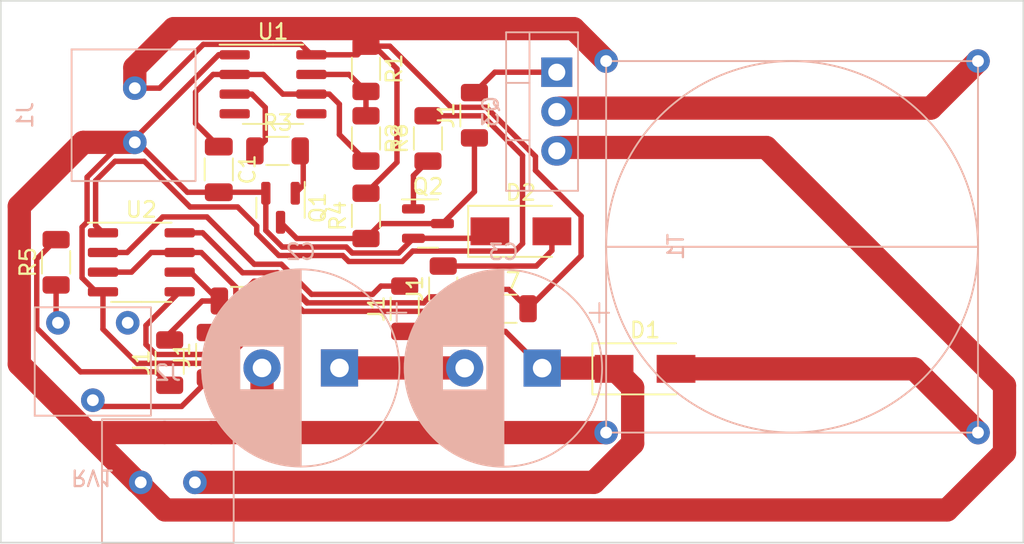
<source format=kicad_pcb>
(kicad_pcb (version 20211014) (generator pcbnew)
  (layers (0 "F.Cu" signal) (31 "B.Cu" signal) (34 "B.Paste" user) (35 "F.Paste" user) (36 "B.SilkS" user "B.Silkscreen") (37 "F.SilkS" user "F.Silkscreen") (38 "B.Mask" user) (39 "F.Mask" user) (44 "Edge.Cuts" user))
  (net 0 "")
  (net 1 "Net-(C1-Pad1)")
  (net 2 "GND")
  (net 3 "Net-(C2-Pad1)")
  (net 4 "V_FEEDBACK")
  (net 5 "Net-(T1-Pad4)")
  (net 6 "Net-(R3-Pad2)")
  (net 7 "VCC")
  (net 8 "Net-(R1-Pad2)")
  (net 9 "Net-(R3-Pad1)")
  (net 10 "Net-(R5-Pad1)")
  (net 11 "Net-(R8-Pad1)")
  (net 14 "Net-(Q1-Pad3)")
  (net 15 "Net-(T1-Pad2)")
  (net 16 "Net-(R5-Pad2)")
  (net 17 "Net-(U2-Pad1)")
  (net 18 "Net-(RV1-Pad2)")
  (net 19 "Net-(R7-Pad1)")
  (footprint "Package_SO:SOIC-8_3.9x4.9mm_P1.27mm" (layer "F.Cu") (at 96 90.5)
    (fp_text reference "U1" (at 0 -3.4) (layer "F.SilkS"))
    (fp_text value "TLC555xD")
    (pad "1" smd roundrect (at -2.475 -1.905) (size 1.95 0.6) (layers "F.Cu" "F.Paste" "F.Mask") (net 2 "GND"))
    (pad "2" smd roundrect (at -2.475 -0.635) (size 1.95 0.6) (layers "F.Cu" "F.Paste" "F.Mask") (net 1 "Net-(C1-Pad1)"))
    (pad "3" smd roundrect (at -2.475 0.635) (size 1.95 0.6) (layers "F.Cu" "F.Paste" "F.Mask") (net 9 "Net-(R3-Pad1)"))
    (pad "4" smd roundrect (at -2.475 1.905) (size 1.95 0.6) (layers "F.Cu" "F.Paste" "F.Mask"))
    (pad "5" smd roundrect (at 2.475 1.905) (size 1.95 0.6) (layers "F.Cu" "F.Paste" "F.Mask"))
    (pad "6" smd roundrect (at 2.475 0.635) (size 1.95 0.6) (layers "F.Cu" "F.Paste" "F.Mask") (net 1 "Net-(C1-Pad1)"))
    (pad "7" smd roundrect (at 2.475 -0.635) (size 1.95 0.6) (layers "F.Cu" "F.Paste" "F.Mask") (net 8 "Net-(R1-Pad2)"))
    (pad "8" smd roundrect (at 2.475 -1.905) (size 1.95 0.6) (layers "F.Cu" "F.Paste" "F.Mask") (net 7 "VCC"))
  )
  (footprint "Resistor_SMD:R_1206_3216Metric" (layer "F.Cu") (at 102 94 -90)
    (fp_text reference "R2" (at 0 -1.82 90) (layer "F.SilkS"))
    (fp_text value "4.7k")
    (pad "1" smd roundrect (at -1.4625 0 270) (size 1.125 1.75) (layers "F.Cu" "F.Paste" "F.Mask") (roundrect_rratio 0.2222222222) (net 8 "Net-(R1-Pad2)"))
    (pad "2" smd roundrect (at 1.4625 0 270) (size 1.125 1.75) (layers "F.Cu" "F.Paste" "F.Mask") (roundrect_rratio 0.2222222222) (net 1 "Net-(C1-Pad1)"))
  )
  (footprint "Package_TO_SOT_SMD:SOT-23" (layer "F.Cu") (at 106 99.5)
    (fp_text reference "Q2" (at 0 -2.4) (layer "F.SilkS"))
    (fp_text value "MMBT3904")
    (pad "1" smd roundrect (at -0.9375 -0.95) (size 1.475 0.6) (layers "F.Cu" "F.Paste" "F.Mask") (net 11 "Net-(R8-Pad1)"))
    (pad "2" smd roundrect (at -0.9375 0.95) (size 1.475 0.6) (layers "F.Cu" "F.Paste" "F.Mask") (net 2 "GND"))
    (pad "3" smd roundrect (at 0.9375 0) (size 1.475 0.6) (layers "F.Cu" "F.Paste" "F.Mask") (net 14 "Net-(Q1-Pad3)"))
  )
  (footprint "Resistor_SMD:R_1206_3216Metric" (layer "F.Cu") (at 102 89.5 -90)
    (fp_text reference "R1" (at 0 -1.82 90) (layer "F.SilkS"))
    (fp_text value "4.7k")
    (pad "1" smd roundrect (at -1.4625 0 270) (size 1.125 1.75) (layers "F.Cu" "F.Paste" "F.Mask") (roundrect_rratio 0.2222222222) (net 7 "VCC"))
    (pad "2" smd roundrect (at 1.4625 0 270) (size 1.125 1.75) (layers "F.Cu" "F.Paste" "F.Mask") (roundrect_rratio 0.2222222222) (net 8 "Net-(R1-Pad2)"))
  )
  (footprint "Resistor_SMD:R_1206_3216Metric" (layer "F.Cu") (at 102 99 90)
    (fp_text reference "R4" (at 0 -1.82 90) (layer "F.SilkS"))
    (fp_text value "4.7k")
    (pad "1" smd roundrect (at -1.4625 0 90) (size 1.125 1.75) (layers "F.Cu" "F.Paste" "F.Mask") (roundrect_rratio 0.2222222222) (net 14 "Net-(Q1-Pad3)"))
    (pad "2" smd roundrect (at 1.4625 0 90) (size 1.125 1.75) (layers "F.Cu" "F.Paste" "F.Mask") (roundrect_rratio 0.2222222222) (net 7 "VCC"))
  )
  (footprint "Resistor_SMD:R_1206_3216Metric" (layer "F.Cu") (at 111 105)
    (fp_text reference "R7" (at 0 -1.82) (layer "F.SilkS"))
    (fp_text value "22k")
    (pad "1" smd roundrect (at -1.4625 0) (size 1.125 1.75) (layers "F.Cu" "F.Paste" "F.Mask") (roundrect_rratio 0.2222222222) (net 19 "Net-(R7-Pad1)"))
    (pad "2" smd roundrect (at 1.4625 0) (size 1.125 1.75) (layers "F.Cu" "F.Paste" "F.Mask") (roundrect_rratio 0.2222222222) (net 7 "VCC"))
  )
  (footprint "Resistor_SMD:R_1206_3216Metric" (layer "F.Cu") (at 104.5 105 90)
    (fp_text reference "J1" (at 0 -1.82 90) (layer "F.SilkS"))
    (fp_text value "J")
    (pad "1" smd roundrect (at -1.4625 0 90) (size 1.125 1.75) (layers "F.Cu" "F.Paste" "F.Mask") (roundrect_rratio 0.2222222222) (net 4 "V_FEEDBACK"))
    (pad "2" smd roundrect (at 1.4625 0 90) (size 1.125 1.75) (layers "F.Cu" "F.Paste" "F.Mask") (roundrect_rratio 0.2222222222) (net 4 "V_FEEDBACK"))
  )
  (footprint "Resistor_SMD:R_1206_3216Metric" (layer "F.Cu") (at 109 92.5 90)
    (fp_text reference "J1" (at 0 -1.82 90) (layer "F.SilkS"))
    (fp_text value "J")
    (pad "1" smd roundrect (at -1.4625 0 90) (size 1.125 1.75) (layers "F.Cu" "F.Paste" "F.Mask") (roundrect_rratio 0.2222222222) (net 14 "Net-(Q1-Pad3)"))
    (pad "2" smd roundrect (at 1.4625 0 90) (size 1.125 1.75) (layers "F.Cu" "F.Paste" "F.Mask") (roundrect_rratio 0.2222222222) (net 14 "Net-(Q1-Pad3)"))
  )
  (footprint "Package_TO_SOT_SMD:SOT-23" (layer "F.Cu") (at 96.485877 98.47619 -90)
    (fp_text reference "Q1" (at 0 -2.4 90) (layer "F.SilkS"))
    (fp_text value "MMBT3904")
    (pad "1" smd roundrect (at -0.9375 -0.95 270) (size 1.475 0.6) (layers "F.Cu" "F.Paste" "F.Mask") (net 6 "Net-(R3-Pad2)"))
    (pad "2" smd roundrect (at -0.9375 0.95 270) (size 1.475 0.6) (layers "F.Cu" "F.Paste" "F.Mask") (net 2 "GND"))
    (pad "3" smd roundrect (at 0.9375 0 270) (size 1.475 0.6) (layers "F.Cu" "F.Paste" "F.Mask") (net 14 "Net-(Q1-Pad3)"))
  )
  (footprint "Resistor_SMD:R_1206_3216Metric" (layer "F.Cu") (at 94 104.5 180)
    (fp_text reference "R6" (at 0 -1.82) (layer "F.SilkS"))
    (fp_text value "6.8k")
    (pad "1" smd roundrect (at -1.4625 0 180) (size 1.125 1.75) (layers "F.Cu" "F.Paste" "F.Mask") (roundrect_rratio 0.2222222222) (net 2 "GND"))
    (pad "2" smd roundrect (at 1.4625 0 180) (size 1.125 1.75) (layers "F.Cu" "F.Paste" "F.Mask") (roundrect_rratio 0.2222222222) (net 16 "Net-(R5-Pad2)"))
  )
  (footprint "Resistor_SMD:R_1206_3216Metric" (layer "F.Cu") (at 89.329059 108.480708 90)
    (fp_text reference "J1" (at 0 -1.82 90) (layer "F.SilkS"))
    (fp_text value "J")
    (pad "1" smd roundrect (at -1.4625 0 90) (size 1.125 1.75) (layers "F.Cu" "F.Paste" "F.Mask") (roundrect_rratio 0.2222222222) (net 16 "Net-(R5-Pad2)"))
    (pad "2" smd roundrect (at 1.4625 0 90) (size 1.125 1.75) (layers "F.Cu" "F.Paste" "F.Mask") (roundrect_rratio 0.2222222222) (net 16 "Net-(R5-Pad2)"))
  )
  (footprint "Capacitor_SMD:C_1206_3216Metric" (layer "F.Cu") (at 92.5 96 -90)
    (fp_text reference "C1" (at 0 -1.85 90) (layer "F.SilkS"))
    (fp_text value "100nF")
    (pad "1" smd roundrect (at -1.475 0 270) (size 1.15 1.8) (layers "F.Cu" "F.Paste" "F.Mask") (roundrect_rratio 0.2173913043) (net 1 "Net-(C1-Pad1)"))
    (pad "2" smd roundrect (at 1.475 0 270) (size 1.15 1.8) (layers "F.Cu" "F.Paste" "F.Mask") (roundrect_rratio 0.2173913043) (net 2 "GND"))
  )
  (footprint "Resistor_SMD:R_1206_3216Metric" (layer "F.Cu") (at 91.949446 108 90)
    (fp_text reference "J1" (at 0 -1.82 90) (layer "F.SilkS"))
    (fp_text value "J")
    (pad "1" smd roundrect (at -1.4625 0 90) (size 1.125 1.75) (layers "F.Cu" "F.Paste" "F.Mask") (roundrect_rratio 0.2222222222) (net 18 "Net-(RV1-Pad2)"))
    (pad "2" smd roundrect (at 1.4625 0 90) (size 1.125 1.75) (layers "F.Cu" "F.Paste" "F.Mask") (roundrect_rratio 0.2222222222) (net 18 "Net-(RV1-Pad2)"))
  )
  (footprint "Package_SO:SOIC-8_3.9x4.9mm_P1.27mm" (layer "F.Cu") (at 87.5 102)
    (fp_text reference "U2" (at 0 -3.4) (layer "F.SilkS"))
    (fp_text value "LM358")
    (pad "1" smd roundrect (at -2.475 -1.905) (size 1.95 0.6) (layers "F.Cu" "F.Paste" "F.Mask") (net 17 "Net-(U2-Pad1)"))
    (pad "2" smd roundrect (at -2.475 -0.635) (size 1.95 0.6) (layers "F.Cu" "F.Paste" "F.Mask") (net 4 "V_FEEDBACK"))
    (pad "3" smd roundrect (at -2.475 0.635) (size 1.95 0.6) (layers "F.Cu" "F.Paste" "F.Mask") (net 18 "Net-(RV1-Pad2)"))
    (pad "4" smd roundrect (at -2.475 1.905) (size 1.95 0.6) (layers "F.Cu" "F.Paste" "F.Mask") (net 2 "GND"))
    (pad "5" smd roundrect (at 2.475 1.905) (size 1.95 0.6) (layers "F.Cu" "F.Paste" "F.Mask") (net 19 "Net-(R7-Pad1)"))
    (pad "6" smd roundrect (at 2.475 0.635) (size 1.95 0.6) (layers "F.Cu" "F.Paste" "F.Mask") (net 16 "Net-(R5-Pad2)"))
    (pad "7" smd roundrect (at 2.475 -0.635) (size 1.95 0.6) (layers "F.Cu" "F.Paste" "F.Mask") (net 18 "Net-(RV1-Pad2)"))
    (pad "8" smd roundrect (at 2.475 -1.905) (size 1.95 0.6) (layers "F.Cu" "F.Paste" "F.Mask") (net 7 "VCC"))
  )
  (footprint "Diode_SMD:D_SMA" (layer "F.Cu") (at 112 100)
    (fp_text reference "D2" (at 0 -2.5) (layer "F.SilkS"))
    (fp_text value "US1M")
    (pad "1" smd rect (at -2 0) (size 2.5 1.8) (layers "F.Cu" "F.Paste" "F.Mask") (net 2 "GND"))
    (pad "2" smd rect (at 2 0) (size 2.5 1.8) (layers "F.Cu" "F.Paste" "F.Mask") (net 19 "Net-(R7-Pad1)"))
  )
  (footprint "Resistor_SMD:R_1206_3216Metric" (layer "F.Cu") (at 106 94 90)
    (fp_text reference "R8" (at 0 -1.82 90) (layer "F.SilkS"))
    (fp_text value "4.7k")
    (pad "1" smd roundrect (at -1.4625 0 90) (size 1.125 1.75) (layers "F.Cu" "F.Paste" "F.Mask") (roundrect_rratio 0.2222222222) (net 11 "Net-(R8-Pad1)"))
    (pad "2" smd roundrect (at 1.4625 0 90) (size 1.125 1.75) (layers "F.Cu" "F.Paste" "F.Mask") (roundrect_rratio 0.2222222222) (net 17 "Net-(U2-Pad1)"))
  )
  (footprint "Diode_SMD:D_SMA" (layer "F.Cu") (at 120.011721 108.883516)
    (fp_text reference "D1" (at 0 -2.5) (layer "F.SilkS"))
    (fp_text value "US1M")
    (pad "1" smd rect (at -2 0) (size 2.5 1.8) (layers "F.Cu" "F.Paste" "F.Mask") (net 4 "V_FEEDBACK"))
    (pad "2" smd rect (at 2 0) (size 2.5 1.8) (layers "F.Cu" "F.Paste" "F.Mask") (net 5 "Net-(T1-Pad4)"))
  )
  (footprint "Resistor_SMD:R_1206_3216Metric" (layer "F.Cu") (at 106.985501 103.705265 90)
    (fp_text reference "J1" (at 0 -1.82 90) (layer "F.SilkS"))
    (fp_text value "J")
    (pad "1" smd roundrect (at -1.4625 0 90) (size 1.125 1.75) (layers "F.Cu" "F.Paste" "F.Mask") (roundrect_rratio 0.2222222222) (net 19 "Net-(R7-Pad1)"))
    (pad "2" smd roundrect (at 1.4625 0 90) (size 1.125 1.75) (layers "F.Cu" "F.Paste" "F.Mask") (roundrect_rratio 0.2222222222) (net 19 "Net-(R7-Pad1)"))
  )
  (footprint "Resistor_SMD:R_1206_3216Metric" (layer "F.Cu") (at 96.292445 94.804654)
    (fp_text reference "R3" (at 0 -1.82) (layer "F.SilkS"))
    (fp_text value "4.7k")
    (pad "1" smd roundrect (at -1.4625 0) (size 1.125 1.75) (layers "F.Cu" "F.Paste" "F.Mask") (roundrect_rratio 0.2222222222) (net 9 "Net-(R3-Pad1)"))
    (pad "2" smd roundrect (at 1.4625 0) (size 1.125 1.75) (layers "F.Cu" "F.Paste" "F.Mask") (roundrect_rratio 0.2222222222) (net 6 "Net-(R3-Pad2)"))
  )
  (footprint "Resistor_SMD:R_1206_3216Metric" (layer "F.Cu") (at 82 102 90)
    (fp_text reference "R5" (at 0 -1.82 90) (layer "F.SilkS"))
    (fp_text value "10k")
    (pad "1" smd roundrect (at -1.4625 0 90) (size 1.125 1.75) (layers "F.Cu" "F.Paste" "F.Mask") (roundrect_rratio 0.2222222222) (net 10 "Net-(R5-Pad1)"))
    (pad "2" smd roundrect (at 1.4625 0 90) (size 1.125 1.75) (layers "F.Cu" "F.Paste" "F.Mask") (roundrect_rratio 0.2222222222) (net 16 "Net-(R5-Pad2)"))
  )
  (footprint "custom:pot_P4.5mm" (layer "B.Cu") (at 84.371244 113.408241)
    (fp_text reference "RV1" (at 0 2.5 180 unlocked) (layer "B.SilkS") (effects (justify mirror)))
    (fp_text value "20K")
    (pad "1" thru_hole circle (at -2.25 -7.5) (size 1.524 1.524) (drill 0.762) (layers *.Cu *.Mask) (net 10 "Net-(R5-Pad1)"))
    (pad "2" thru_hole circle (at 2.25 -7.5) (size 1.524 1.524) (drill 0.762) (layers *.Cu *.Mask))
    (pad "3" thru_hole circle (at 0 -2.5) (size 1.524 1.524) (drill 0.762) (layers *.Cu *.Mask) (net 18 "Net-(RV1-Pad2)"))
  )
  (footprint "custom:screw_terminal_small_P_3.5" (layer "B.Cu") (at 89.211675 111.136895 180)
    (fp_text reference "J2" (at 0 2 unlocked) (layer "B.SilkS") (effects (justify mirror)))
    (fp_text value "Vout")
    (pad "1" thru_hole circle (at -1.75 -5.08 180) (size 1.524 1.524) (drill 0.762) (layers *.Cu *.Mask) (net 4 "V_FEEDBACK"))
    (pad "2" thru_hole circle (at 1.75 -5.08 90) (size 1.524 1.524) (drill 0.762) (layers *.Cu *.Mask) (net 2 "GND"))
  )
  (footprint "Package_TO_SOT_THT:TO-220-3_Vertical" (layer "B.Cu") (at 114.314468 89.719597 -90)
    (fp_text reference "Q3" (at 2.54 4.27 90) (layer "B.SilkS") (effects (justify mirror)))
    (fp_text value "IRF540N")
    (pad "1" thru_hole rect (at 0 0 270) (size 1.905 2) (drill 1.1) (layers *.Cu *.Mask) (net 14 "Net-(Q1-Pad3)"))
    (pad "2" thru_hole oval (at 2.54 0 270) (size 1.905 2) (drill 1.1) (layers *.Cu *.Mask) (net 15 "Net-(T1-Pad2)"))
    (pad "3" thru_hole oval (at 5.08 0 270) (size 1.905 2) (drill 1.1) (layers *.Cu *.Mask) (net 2 "GND"))
  )
  (footprint "custom:toroid_medium" (layer "B.Cu") (at 122.5 101 -90)
    (fp_text reference "T1" (at 0 0.5 90 unlocked) (layer "B.SilkS") (effects (justify mirror)))
    (fp_text value "1:3")
    (pad "1" thru_hole circle (at -12 5 270) (size 1.524 1.524) (drill 0.762) (layers *.Cu *.Mask) (net 7 "VCC"))
    (pad "2" thru_hole circle (at -12 -19 270) (size 1.524 1.524) (drill 0.762) (layers *.Cu *.Mask) (net 15 "Net-(T1-Pad2)"))
    (pad "3" thru_hole circle (at 12 5 270) (size 1.524 1.524) (drill 0.762) (layers *.Cu *.Mask) (net 2 "GND"))
    (pad "4" thru_hole circle (at 12 -19 270) (size 1.524 1.524) (drill 0.762) (layers *.Cu *.Mask) (net 5 "Net-(T1-Pad4)"))
  )
  (footprint "custom:screw_terminal_small_P_3.5" (layer "B.Cu") (at 82 92.5 -90)
    (fp_text reference "J1" (at 0 2 90 unlocked) (layer "B.SilkS") (effects (justify mirror)))
    (fp_text value "Vin")
    (pad "1" thru_hole circle (at -1.75 -5.08 270) (size 1.524 1.524) (drill 0.762) (layers *.Cu *.Mask) (net 7 "VCC"))
    (pad "2" thru_hole circle (at 1.75 -5.08 180) (size 1.524 1.524) (drill 0.762) (layers *.Cu *.Mask) (net 2 "GND"))
  )
  (footprint "Capacitor_THT:CP_Radial_D12.5mm_P5.00mm" (layer "B.Cu") (at 100.290109 108.824725 180)
    (fp_text reference "C2" (at 2.5 7.5) (layer "B.SilkS") (effects (justify mirror)))
    (fp_text value "2200uF")
    (pad "1" thru_hole rect (at 0 0 180) (size 2.4 2.4) (drill 1.2) (layers *.Cu *.Mask) (net 3 "Net-(C2-Pad1)"))
    (pad "2" thru_hole circle (at 5 0 180) (size 2.4 2.4) (drill 1.2) (layers *.Cu *.Mask) (net 2 "GND"))
  )
  (footprint "Capacitor_THT:CP_Radial_D12.5mm_P5.00mm" (layer "B.Cu") (at 113.370387 108.835714 180)
    (fp_text reference "C3" (at 2.5 7.5) (layer "B.SilkS") (effects (justify mirror)))
    (fp_text value "2200uF")
    (pad "1" thru_hole rect (at 0 0 180) (size 2.4 2.4) (drill 1.2) (layers *.Cu *.Mask) (net 4 "V_FEEDBACK"))
    (pad "2" thru_hole circle (at 5 0 180) (size 2.4 2.4) (drill 1.2) (layers *.Cu *.Mask) (net 3 "Net-(C2-Pad1)"))
  )
  (gr_rect (start 78.429223 85.105082) (end 144.429223 120.105082) (layer "Edge.Cuts") (width 0.1) (fill none))
  (segment (start 92.135 89.865) (end 93.525 89.865) (width 0.35) (layer "F.Cu") (net 1))
  (segment (start 92.5 94.525) (end 91 93.025) (width 0.35) (layer "F.Cu") (net 1))
  (segment (start 93.525 89.865) (end 95.365 89.865) (width 0.35) (layer "F.Cu") (net 1))
  (segment (start 91 93.025) (end 91 91) (width 0.35) (layer "F.Cu") (net 1))
  (segment (start 100.283734 91.783734) (end 99.635 91.135) (width 0.35) (layer "F.Cu") (net 1))
  (segment (start 100.283734 93.746234) (end 100.283734 91.783734) (width 0.35) (layer "F.Cu") (net 1))
  (segment (start 91 91) (end 92.135 89.865) (width 0.35) (layer "F.Cu") (net 1))
  (segment (start 99.635 91.135) (end 98.475 91.135) (width 0.35) (layer "F.Cu") (net 1))
  (segment (start 96.635 91.135) (end 98.475 91.135) (width 0.35) (layer "F.Cu") (net 1))
  (segment (start 102 95.4625) (end 100.283734 93.746234) (width 0.35) (layer "F.Cu") (net 1))
  (segment (start 95.365 89.865) (end 96.635 91.135) (width 0.35) (layer "F.Cu") (net 1))
  (segment (start 87.461675 116.420443) (end 87.461675 116.216895) (width 1.5) (layer "F.Cu") (net 2))
  (segment (start 84.04256 113) (end 84.04256 113.022902) (width 1.5) (layer "F.Cu") (net 2))
  (segment (start 89 113) (end 84.04256 113) (width 1.5) (layer "F.Cu") (net 2))
  (segment (start 139.5 118) (end 89.041232 118) (width 1.5) (layer "F.Cu") (net 2))
  (segment (start 95.535877 97.53869) (end 95.472187 97.475) (width 0.35) (layer "F.Cu") (net 2))
  (segment (start 114.534065 94.58) (end 127.83 94.58) (width 1.5) (layer "F.Cu") (net 2))
  (segment (start 143.211511 114.288489) (end 139.5 118) (width 1.5) (layer "F.Cu") (net 2))
  (segment (start 95.4625 104.5) (end 95.4625 105.814625) (width 0.35) (layer "F.Cu") (net 2))
  (segment (start 101.116316 101.39952) (end 100.728816 101.01202) (width 0.35) (layer "F.Cu") (net 2))
  (segment (start 89.041232 118) (end 87.461675 116.420443) (width 1.5) (layer "F.Cu") (net 2))
  (segment (start 109.55 100.45) (end 105.0625 100.45) (width 0.35) (layer "F.Cu") (net 2))
  (segment (start 100.728816 101.01202) (end 96.604924 101.01202) (width 0.35) (layer "F.Cu") (net 2))
  (segment (start 84.578217 103.905) (end 83.67548 103.002263) (width 0.35) (layer "F.Cu") (net 2))
  (segment (start 83.75 94.25) (end 87.08 94.25) (width 1.5) (layer "F.Cu") (net 2))
  (segment (start 87.236553 116.216895) (end 87.461675 116.216895) (width 1.5) (layer "F.Cu") (net 2))
  (segment (start 110 100) (end 109.55 100.45) (width 0.35) (layer "F.Cu") (net 2))
  (segment (start 93.232233 113) (end 95.290109 110.942124) (width 1.5) (layer "F.Cu") (net 2))
  (segment (start 104.11298 101.39952) (end 101.116316 101.39952) (width 0.35) (layer "F.Cu") (net 2))
  (segment (start 92 113) (end 89 113) (width 1.5) (layer "F.Cu") (net 2))
  (segment (start 143.211511 109.961511) (end 143.211511 114.288489) (width 1.5) (layer "F.Cu") (net 2))
  (segment (start 83.67548 103.002263) (end 83.67548 99.727737) (width 0.35) (layer "F.Cu") (net 2))
  (segment (start 84 96.5) (end 86.25 94.25) (width 0.35) (layer "F.Cu") (net 2))
  (segment (start 87.08 94.25) (end 87.25 94.25) (width 0.35) (layer "F.Cu") (net 2))
  (segment (start 79.62596 98.37404) (end 83.75 94.25) (width 1.5) (layer "F.Cu") (net 2))
  (segment (start 83.67548 99.727737) (end 84 99.403217) (width 0.35) (layer "F.Cu") (net 2))
  (segment (start 93.525 88.595) (end 92.491608 88.595) (width 0.35) (layer "F.Cu") (net 2))
  (segment (start 95.535877 99.942973) (end 95.535877 97.53869) (width 0.35) (layer "F.Cu") (net 2))
  (segment (start 92 113) (end 93.232233 113) (width 1.5) (layer "F.Cu") (net 2))
  (segment (start 117.5 113) (end 92 113) (width 1.5) (layer "F.Cu") (net 2))
  (segment (start 92.491608 88.595) (end 87.08 94.006608) (width 0.35) (layer "F.Cu") (net 2))
  (segment (start 127.83 94.58) (end 143.211511 109.961511) (width 1.5) (layer "F.Cu") (net 2))
  (segment (start 87.08 94.006608) (end 87.08 94.25) (width 0.35) (layer "F.Cu") (net 2))
  (segment (start 84.04256 113) (end 79.62596 108.5834) (width 1.5) (layer "F.Cu") (net 2))
  (segment (start 85.025 103.905) (end 84.578217 103.905) (width 0.35) (layer "F.Cu") (net 2))
  (segment (start 92.751645 108.52548) (end 87.230486 108.52548) (width 0.35) (layer "F.Cu") (net 2))
  (segment (start 114.314468 94.799597) (end 114.534065 94.58) (width 1.5) (layer "F.Cu") (net 2))
  (segment (start 105.0625 100.45) (end 104.11298 101.39952) (width 0.35) (layer "F.Cu") (net 2))
  (segment (start 85.025 106.319994) (end 85.025 103.905) (width 0.35) (layer "F.Cu") (net 2))
  (segment (start 87.230486 108.52548) (end 85.025 106.319994) (width 0.35) (layer "F.Cu") (net 2))
  (segment (start 95.4625 105.814625) (end 92.751645 108.52548) (width 0.35) (layer "F.Cu") (net 2))
  (segment (start 86.25 94.25) (end 87.08 94.25) (width 0.35) (layer "F.Cu") (net 2))
  (segment (start 90.475 97.475) (end 92.5 97.475) (width 0.35) (layer "F.Cu") (net 2))
  (segment (start 87.25 94.25) (end 90.475 97.475) (width 0.35) (layer "F.Cu") (net 2))
  (segment (start 95.290109 110.942124) (end 95.290109 108.824725) (width 1.5) (layer "F.Cu") (net 2))
  (segment (start 79.62596 108.5834) (end 79.62596 98.37404) (width 1.5) (layer "F.Cu") (net 2))
  (segment (start 84.04256 113.022902) (end 87.236553 116.216895) (width 1.5) (layer "F.Cu") (net 2))
  (segment (start 96.604924 101.01202) (end 95.535877 99.942973) (width 0.35) (layer "F.Cu") (net 2))
  (segment (start 95.472187 97.475) (end 92.5 97.475) (width 0.35) (layer "F.Cu") (net 2))
  (segment (start 84 99.403217) (end 84 96.5) (width 0.35) (layer "F.Cu") (net 2))
  (segment (start 100.290109 108.824725) (end 108.359398 108.824725) (width 1.5) (layer "F.Cu") (net 3))
  (segment (start 108.359398 108.824725) (end 108.370387 108.835714) (width 1.5) (layer "F.Cu") (net 3))
  (segment (start 88.882783 99.06923) (end 91.734827 99.06923) (width 0.35) (layer "F.Cu") (net 4))
  (segment (start 119.211511 110.083306) (end 118.011721 108.883516) (width 1.5) (layer "F.Cu") (net 4))
  (segment (start 86.587013 101.365) (end 88.882783 99.06923) (width 0.35) (layer "F.Cu") (net 4))
  (segment (start 117.963919 108.835714) (end 118.011721 108.883516) (width 1.5) (layer "F.Cu") (net 4))
  (segment (start 85.025 101.365) (end 86.587013 101.365) (width 0.35) (layer "F.Cu") (net 4))
  (segment (start 102.9625 103.5375) (end 104.5 103.5375) (width 0.35) (layer "F.Cu") (net 4))
  (segment (start 94.790842 102.125245) (end 96.540181 102.125245) (width 0.35) (layer "F.Cu") (net 4))
  (segment (start 113.370387 108.835714) (end 110.997173 106.4625) (width 0.35) (layer "F.Cu") (net 4))
  (segment (start 119.211511 113.708932) (end 119.211511 110.083306) (width 1.5) (layer "F.Cu") (net 4))
  (segment (start 113.370387 108.835714) (end 117.963919 108.835714) (width 1.5) (layer "F.Cu") (net 4))
  (segment (start 96.540181 102.125245) (end 98.483661 104.068725) (width 0.35) (layer "F.Cu") (net 4))
  (segment (start 90.961675 116.216895) (end 116.703548 116.216895) (width 1.5) (layer "F.Cu") (net 4))
  (segment (start 110.997173 106.4625) (end 104.5 106.4625) (width 0.35) (layer "F.Cu") (net 4))
  (segment (start 91.734827 99.06923) (end 94.790842 102.125245) (width 0.35) (layer "F.Cu") (net 4))
  (segment (start 116.703548 116.216895) (end 119.211511 113.708932) (width 1.5) (layer "F.Cu") (net 4))
  (segment (start 98.483661 104.068725) (end 102.431275 104.068725) (width 0.35) (layer "F.Cu") (net 4))
  (segment (start 102.431275 104.068725) (end 102.9625 103.5375) (width 0.35) (layer "F.Cu") (net 4))
  (segment (start 122.011721 108.883516) (end 137.383516 108.883516) (width 1.5) (layer "F.Cu") (net 5))
  (segment (start 137.383516 108.883516) (end 141.5 113) (width 1.5) (layer "F.Cu") (net 5))
  (segment (start 97.95 94.999709) (end 97.754945 94.804654) (width 0.35) (layer "F.Cu") (net 6))
  (segment (start 97.435877 97.53869) (end 97.95 97.024567) (width 0.35) (layer "F.Cu") (net 6))
  (segment (start 97.95 97.024567) (end 97.95 94.999709) (width 0.35) (layer "F.Cu") (net 6))
  (segment (start 94.036303 102.674765) (end 96.242783 102.674765) (width 0.35) (layer "F.Cu") (net 7))
  (segment (start 105.735981 104.596581) (end 106.101817 104.230745) (width 0.35) (layer "F.Cu") (net 7))
  (segment (start 117.5 89) (end 115.403174 86.903174) (width 1.5) (layer "F.Cu") (net 7))
  (segment (start 108.486051 104.230745) (end 108.966316 103.75048) (width 0.35) (layer "F.Cu") (net 7))
  (segment (start 104 95.5375) (end 104 89.5) (width 0.35) (layer "F.Cu") (net 7))
  (segment (start 96.312563 102.674765) (end 98.186263 104.548465) (width 0.35) (layer "F.Cu") (net 7))
  (segment (start 87.08 90.75) (end 88.675 90.75) (width 0.35) (layer "F.Cu") (net 7))
  (segment (start 102 97.5375) (end 104 95.5375) (width 0.35) (layer "F.Cu") (net 7))
  (segment (start 96.242783 102.674765) (end 98.186263 104.618245) (width 0.35) (layer "F.Cu") (net 7))
  (segment (start 98.186263 104.548465) (end 98.186263 104.618245) (width 0.35) (layer "F.Cu") (net 7))
  (segment (start 87.08 89.42) (end 87.08 90.75) (width 1.5) (layer "F.Cu") (net 7))
  (segment (start 109.765119 91.987981) (end 112.939948 95.16281) (width 0.35) (layer "F.Cu") (net 7))
  (segment (start 104 89.5) (end 102.5375 88.0375) (width 0.35) (layer "F.Cu") (net 7))
  (segment (start 101.4425 88.595) (end 98.475 88.595) (width 0.35) (layer "F.Cu") (net 7))
  (segment (start 102 88.0375) (end 101.4425 88.595) (width 0.35) (layer "F.Cu") (net 7))
  (segment (start 105.735981 104.618245) (end 105.735981 104.596581) (width 0.35) (layer "F.Cu") (net 7))
  (segment (start 111.21298 103.75048) (end 112.4625 105) (width 0.35) (layer "F.Cu") (net 7))
  (segment (start 89.975 100.095) (end 91.456538 100.095) (width 0.35) (layer "F.Cu") (net 7))
  (segment (start 88.675 90.75) (end 91.50452 87.92048) (width 0.35) (layer "F.Cu") (net 7))
  (segment (start 98.186263 104.618245) (end 105.735981 104.618245) (width 0.35) (layer "F.Cu") (net 7))
  (segment (start 91.456538 100.095) (end 94.036303 102.674765) (width 0.35) (layer "F.Cu") (net 7))
  (segment (start 112.939948 95.16281) (end 112.939948 96.06468) (width 0.35) (layer "F.Cu") (net 7))
  (segment (start 103.5375 88.0375) (end 107.48798 91.98798) (width 0.35) (layer "F.Cu") (net 7))
  (segment (start 115.403174 86.903174) (end 89.596826 86.903174) (width 1.5) (layer "F.Cu") (net 7))
  (segment (start 102 88.0375) (end 103.5375 88.0375) (width 0.35) (layer "F.Cu") (net 7))
  (segment (start 108.966316 103.75048) (end 111.21298 103.75048) (width 0.35) (layer "F.Cu") (net 7))
  (segment (start 115.882838 99.00757) (end 115.882838 101.579662) (width 0.35) (layer "F.Cu") (net 7))
  (segment (start 91.50452 87.92048) (end 97.80048 87.92048) (width 0.35) (layer "F.Cu") (net 7))
  (segment (start 102.5375 88.0375) (end 102 88.0375) (width 0.35) (layer "F.Cu") (net 7))
  (segment (start 112.939948 96.06468) (end 115.882838 99.00757) (width 0.35) (layer "F.Cu") (net 7))
  (segment (start 107.48798 91.98798) (end 109.765119 91.987981) (width 0.35) (layer "F.Cu") (net 7))
  (segment (start 98.186263 104.618245) (end 96.312563 102.674765) (width 0.35) (layer "F.Cu") (net 7))
  (segment (start 97.80048 87.92048) (end 98.475 88.595) (width 0.35) (layer "F.Cu") (net 7))
  (segment (start 106.101817 104.230745) (end 108.486051 104.230745) (width 0.35) (layer "F.Cu") (net 7))
  (segment (start 89.596826 86.903174) (end 87.08 89.42) (width 1.5) (layer "F.Cu") (net 7))
  (segment (start 115.882838 101.579662) (end 112.4625 105) (width 0.35) (layer "F.Cu") (net 7))
  (segment (start 102 90.9625) (end 100.9025 89.865) (width 0.35) (layer "F.Cu") (net 8))
  (segment (start 102 92.5375) (end 102 90.9625) (width 0.35) (layer "F.Cu") (net 8))
  (segment (start 100.9025 89.865) (end 98.475 89.865) (width 0.35) (layer "F.Cu") (net 8))
  (segment (start 95.5 92) (end 95.5 94.134599) (width 0.35) (layer "F.Cu") (net 9))
  (segment (start 93.525 91.135) (end 94.635 91.135) (width 0.35) (layer "F.Cu") (net 9))
  (segment (start 95.5 94.134599) (end 94.829945 94.804654) (width 0.35) (layer "F.Cu") (net 9))
  (segment (start 94.635 91.135) (end 95.5 92) (width 0.35) (layer "F.Cu") (net 9))
  (segment (start 82 103.4625) (end 82 105.786997) (width 0.35) (layer "F.Cu") (net 10))
  (segment (start 82 105.786997) (end 82.121244 105.908241) (width 0.35) (layer "F.Cu") (net 10))
  (segment (start 105.0625 96.4) (end 106 95.4625) (width 0.35) (layer "F.Cu") (net 11))
  (segment (start 105.0625 98.55) (end 105.0625 96.4) (width 0.35) (layer "F.Cu") (net 11))
  (segment (start 109 93.9625) (end 109 97.4375) (width 0.35) (layer "F.Cu") (net 14))
  (segment (start 102.9625 99.5) (end 102 100.4625) (width 0.35) (layer "F.Cu") (net 14))
  (segment (start 109 97.4375) (end 106.9375 99.5) (width 0.35) (layer "F.Cu") (net 14))
  (segment (start 97.534687 100.4625) (end 96.485877 99.41369) (width 0.35) (layer "F.Cu") (net 14))
  (segment (start 102 100.4625) (end 97.534687 100.4625) (width 0.35) (layer "F.Cu") (net 14))
  (segment (start 106.9375 99.5) (end 102.9625 99.5) (width 0.35) (layer "F.Cu") (net 14))
  (segment (start 110.317903 89.719597) (end 109 91.0375) (width 0.35) (layer "F.Cu") (net 14))
  (segment (start 114.314468 89.719597) (end 110.317903 89.719597) (width 0.35) (layer "F.Cu") (net 14))
  (segment (start 138.46 92.04) (end 114.534065 92.04) (width 1.5) (layer "F.Cu") (net 15))
  (segment (start 114.534065 92.04) (end 114.314468 92.259597) (width 1.5) (layer "F.Cu") (net 15))
  (segment (start 141.5 89) (end 138.46 92.04) (width 1.5) (layer "F.Cu") (net 15))
  (segment (start 88.460851 109.075) (end 89.329059 109.943208) (width 0.35) (layer "F.Cu") (net 16))
  (segment (start 91.426251 104.5) (end 92.5375 104.5) (width 0.35) (layer "F.Cu") (net 16))
  (segment (start 90.6725 102.635) (end 89.975 102.635) (width 0.35) (layer "F.Cu") (net 16))
  (segment (start 80.75048 101.78702) (end 80.75048 106.25048) (width 0.35) (layer "F.Cu") (net 16))
  (segment (start 82 100.5375) (end 80.75048 101.78702) (width 0.35) (layer "F.Cu") (net 16))
  (segment (start 83.575 109.075) (end 88.460851 109.075) (width 0.35) (layer "F.Cu") (net 16))
  (segment (start 89.329059 106.597192) (end 91.426251 104.5) (width 0.35) (layer "F.Cu") (net 16))
  (segment (start 80.75048 106.25048) (end 83.575 109.075) (width 0.35) (layer "F.Cu") (net 16))
  (segment (start 89.329059 107.018208) (end 89.329059 106.597192) (width 0.35) (layer "F.Cu") (net 16))
  (segment (start 92.5375 104.5) (end 90.6725 102.635) (width 0.35) (layer "F.Cu") (net 16))
  (segment (start 84.54952 96.727618) (end 85.802332 95.474806) (width 0.35) (layer "F.Cu") (net 17))
  (segment (start 85.025 100.095) (end 84.54952 99.61952) (width 0.35) (layer "F.Cu") (net 17))
  (segment (start 109.5375 92.5375) (end 106 92.5375) (width 0.35) (layer "F.Cu") (net 17))
  (segment (start 100.888698 101.94904) (end 104.340598 101.94904) (width 0.35) (layer "F.Cu") (net 17))
  (segment (start 93.715912 98.42452) (end 94.95048 99.659088) (width 0.35) (layer "F.Cu") (net 17))
  (segment (start 94.95048 99.659088) (end 94.95048 100.134714) (width 0.35) (layer "F.Cu") (net 17))
  (segment (start 96.377306 101.56154) (end 100.501198 101.56154) (width 0.35) (layer "F.Cu") (net 17))
  (segment (start 90.647382 98.42452) (end 93.715912 98.42452) (width 0.35) (layer "F.Cu") (net 17))
  (segment (start 112.105128 95.105128) (end 109.5375 92.5375) (width 0.35) (layer "F.Cu") (net 17))
  (segment (start 105.015127 101.274511) (end 111.624511 101.274511) (width 0.35) (layer "F.Cu") (net 17))
  (segment (start 84.54952 99.61952) (end 84.54952 96.727618) (width 0.35) (layer "F.Cu") (net 17))
  (segment (start 104.340598 101.94904) (end 105.015127 101.274511) (width 0.35) (layer "F.Cu") (net 17))
  (segment (start 87.697668 95.474806) (end 90.647382 98.42452) (width 0.35) (layer "F.Cu") (net 17))
  (segment (start 85.802332 95.474806) (end 87.697668 95.474806) (width 0.35) (layer "F.Cu") (net 17))
  (segment (start 85.025 100.095) (end 85.405 100.095) (width 0.35) (layer "F.Cu") (net 17))
  (segment (start 94.95048 100.134714) (end 96.377306 101.56154) (width 0.35) (layer "F.Cu") (net 17))
  (segment (start 112.105128 100.793894) (end 112.105128 95.105128) (width 0.35) (layer "F.Cu") (net 17))
  (segment (start 100.501198 101.56154) (end 100.888698 101.94904) (width 0.35) (layer "F.Cu") (net 17))
  (segment (start 111.624511 101.274511) (end 112.105128 100.793894) (width 0.35) (layer "F.Cu") (net 17))
  (segment (start 86.865 102.635) (end 88.135 101.365) (width 0.35) (layer "F.Cu") (net 18))
  (segment (start 93.60061 105.89939) (end 92.9625 106.5375) (width 0.35) (layer "F.Cu") (net 18))
  (segment (start 89.975 101.365) (end 91.365 101.365) (width 0.35) (layer "F.Cu") (net 18))
  (segment (start 93.60061 103.60061) (end 93.60061 105.89939) (width 0.35) (layer "F.Cu") (net 18))
  (segment (start 84.371244 110.908241) (end 84.776922 111.313919) (width 0.35) (layer "F.Cu") (net 18))
  (segment (start 92.9625 106.5375) (end 91.949446 106.5375) (width 0.35) (layer "F.Cu") (net 18))
  (segment (start 88.135 101.365) (end 89.975 101.365) (width 0.35) (layer "F.Cu") (net 18))
  (segment (start 85.025 102.635) (end 86.865 102.635) (width 0.35) (layer "F.Cu") (net 18))
  (segment (start 90.098027 111.313919) (end 91.949446 109.4625) (width 0.35) (layer "F.Cu") (net 18))
  (segment (start 91.365 101.365) (end 93.60061 103.60061) (width 0.35) (layer "F.Cu") (net 18))
  (segment (start 84.776922 111.313919) (end 90.098027 111.313919) (width 0.35) (layer "F.Cu") (net 18))
  (segment (start 94.25 106.25) (end 94.25 103.75) (width 0.35) (layer "F.Cu") (net 19))
  (segment (start 97.950969 105.167765) (end 106.985501 105.167765) (width 0.35) (layer "F.Cu") (net 19))
  (segment (start 92.544772 107.955228) (end 94.25 106.25) (width 0.35) (layer "F.Cu") (net 19))
  (segment (start 112.996021 102.242765) (end 114 101.238786) (width 0.35) (layer "F.Cu") (net 19))
  (segment (start 89.975 103.905) (end 87.800135 106.079865) (width 0.35) (layer "F.Cu") (net 19))
  (segment (start 94.775715 103.224285) (end 96.007489 103.224285) (width 0.35) (layer "F.Cu") (net 19))
  (segment (start 106.985501 102.242765) (end 112.996021 102.242765) (width 0.35) (layer "F.Cu") (net 19))
  (segment (start 87.800135 106.079865) (end 87.800135 107.309988) (width 0.35) (layer "F.Cu") (net 19))
  (segment (start 109.5375 105) (end 107.153266 105) (width 0.35) (layer "F.Cu") (net 19))
  (segment (start 107.153266 105) (end 106.985501 105.167765) (width 0.35) (layer "F.Cu") (net 19))
  (segment (start 88.445375 107.955228) (end 92.544772 107.955228) (width 0.35) (layer "F.Cu") (net 19))
  (segment (start 87.800135 107.309988) (end 88.445375 107.955228) (width 0.35) (layer "F.Cu") (net 19))
  (segment (start 94.25 103.75) (end 94.775715 103.224285) (width 0.35) (layer "F.Cu") (net 19))
  (segment (start 96.007489 103.224285) (end 97.950969 105.167765) (width 0.35) (layer "F.Cu") (net 19))
  (segment (start 114 101.238786) (end 114 100) (width 0.35) (layer "F.Cu") (net 19))
)
</source>
